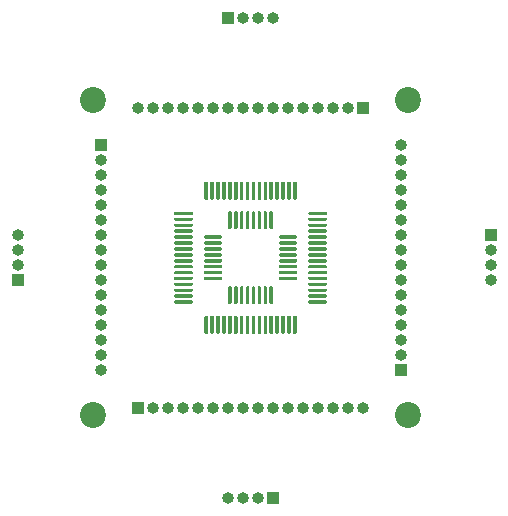
<source format=gts>
%TF.GenerationSoftware,KiCad,Pcbnew,5.1.10*%
%TF.CreationDate,2021-10-22T01:17:49+03:00*%
%TF.ProjectId,breakouts_qfp,62726561-6b6f-4757-9473-5f7166702e6b,rev?*%
%TF.SameCoordinates,Original*%
%TF.FileFunction,Soldermask,Top*%
%TF.FilePolarity,Negative*%
%FSLAX46Y46*%
G04 Gerber Fmt 4.6, Leading zero omitted, Abs format (unit mm)*
G04 Created by KiCad (PCBNEW 5.1.10) date 2021-10-22 01:17:49*
%MOMM*%
%LPD*%
G01*
G04 APERTURE LIST*
%ADD10O,1.000000X1.000000*%
%ADD11R,1.000000X1.000000*%
%ADD12C,2.200000*%
G04 APERTURE END LIST*
D10*
%TO.C,J8*%
X151130000Y-73025000D03*
X151130000Y-71755000D03*
X151130000Y-70485000D03*
D11*
X151130000Y-69215000D03*
%TD*%
D10*
%TO.C,J7*%
X128905000Y-91440000D03*
X130175000Y-91440000D03*
X131445000Y-91440000D03*
D11*
X132715000Y-91440000D03*
%TD*%
D10*
%TO.C,J6*%
X132715000Y-50800000D03*
X131445000Y-50800000D03*
X130175000Y-50800000D03*
D11*
X128905000Y-50800000D03*
%TD*%
D10*
%TO.C,J5*%
X111125000Y-69215000D03*
X111125000Y-70485000D03*
X111125000Y-71755000D03*
D11*
X111125000Y-73025000D03*
%TD*%
D12*
%TO.C,H4*%
X144145000Y-57785000D03*
%TD*%
%TO.C,H3*%
X144145000Y-84455000D03*
%TD*%
%TO.C,H2*%
X117475000Y-84455000D03*
%TD*%
%TO.C,H1*%
X117475000Y-57785000D03*
%TD*%
D10*
%TO.C,J4*%
X140335000Y-83820000D03*
X139065000Y-83820000D03*
X137795000Y-83820000D03*
X136525000Y-83820000D03*
X135255000Y-83820000D03*
X133985000Y-83820000D03*
X132715000Y-83820000D03*
X131445000Y-83820000D03*
X130175000Y-83820000D03*
X128905000Y-83820000D03*
X127635000Y-83820000D03*
X126365000Y-83820000D03*
X125095000Y-83820000D03*
X123825000Y-83820000D03*
X122555000Y-83820000D03*
D11*
X121285000Y-83820000D03*
%TD*%
D10*
%TO.C,J3*%
X143510000Y-61595000D03*
X143510000Y-62865000D03*
X143510000Y-64135000D03*
X143510000Y-65405000D03*
X143510000Y-66675000D03*
X143510000Y-67945000D03*
X143510000Y-69215000D03*
X143510000Y-70485000D03*
X143510000Y-71755000D03*
X143510000Y-73025000D03*
X143510000Y-74295000D03*
X143510000Y-75565000D03*
X143510000Y-76835000D03*
X143510000Y-78105000D03*
X143510000Y-79375000D03*
D11*
X143510000Y-80645000D03*
%TD*%
D10*
%TO.C,J2*%
X118110000Y-80645000D03*
X118110000Y-79375000D03*
X118110000Y-78105000D03*
X118110000Y-76835000D03*
X118110000Y-75565000D03*
X118110000Y-74295000D03*
X118110000Y-73025000D03*
X118110000Y-71755000D03*
X118110000Y-70485000D03*
X118110000Y-69215000D03*
X118110000Y-67945000D03*
X118110000Y-66675000D03*
X118110000Y-65405000D03*
X118110000Y-64135000D03*
X118110000Y-62865000D03*
D11*
X118110000Y-61595000D03*
%TD*%
D10*
%TO.C,J1*%
X121285000Y-58420000D03*
X122555000Y-58420000D03*
X123825000Y-58420000D03*
X125095000Y-58420000D03*
X126365000Y-58420000D03*
X127635000Y-58420000D03*
X128905000Y-58420000D03*
X130175000Y-58420000D03*
X131445000Y-58420000D03*
X132715000Y-58420000D03*
X133985000Y-58420000D03*
X135255000Y-58420000D03*
X136525000Y-58420000D03*
X137795000Y-58420000D03*
X139065000Y-58420000D03*
D11*
X140335000Y-58420000D03*
%TD*%
%TO.C,U2*%
G36*
G01*
X126910000Y-66145000D02*
X126910000Y-64745000D01*
G75*
G02*
X126985000Y-64670000I75000J0D01*
G01*
X127135000Y-64670000D01*
G75*
G02*
X127210000Y-64745000I0J-75000D01*
G01*
X127210000Y-66145000D01*
G75*
G02*
X127135000Y-66220000I-75000J0D01*
G01*
X126985000Y-66220000D01*
G75*
G02*
X126910000Y-66145000I0J75000D01*
G01*
G37*
G36*
G01*
X127410000Y-66145000D02*
X127410000Y-64745000D01*
G75*
G02*
X127485000Y-64670000I75000J0D01*
G01*
X127635000Y-64670000D01*
G75*
G02*
X127710000Y-64745000I0J-75000D01*
G01*
X127710000Y-66145000D01*
G75*
G02*
X127635000Y-66220000I-75000J0D01*
G01*
X127485000Y-66220000D01*
G75*
G02*
X127410000Y-66145000I0J75000D01*
G01*
G37*
G36*
G01*
X127910000Y-66145000D02*
X127910000Y-64745000D01*
G75*
G02*
X127985000Y-64670000I75000J0D01*
G01*
X128135000Y-64670000D01*
G75*
G02*
X128210000Y-64745000I0J-75000D01*
G01*
X128210000Y-66145000D01*
G75*
G02*
X128135000Y-66220000I-75000J0D01*
G01*
X127985000Y-66220000D01*
G75*
G02*
X127910000Y-66145000I0J75000D01*
G01*
G37*
G36*
G01*
X128410000Y-66145000D02*
X128410000Y-64745000D01*
G75*
G02*
X128485000Y-64670000I75000J0D01*
G01*
X128635000Y-64670000D01*
G75*
G02*
X128710000Y-64745000I0J-75000D01*
G01*
X128710000Y-66145000D01*
G75*
G02*
X128635000Y-66220000I-75000J0D01*
G01*
X128485000Y-66220000D01*
G75*
G02*
X128410000Y-66145000I0J75000D01*
G01*
G37*
G36*
G01*
X128910000Y-66145000D02*
X128910000Y-64745000D01*
G75*
G02*
X128985000Y-64670000I75000J0D01*
G01*
X129135000Y-64670000D01*
G75*
G02*
X129210000Y-64745000I0J-75000D01*
G01*
X129210000Y-66145000D01*
G75*
G02*
X129135000Y-66220000I-75000J0D01*
G01*
X128985000Y-66220000D01*
G75*
G02*
X128910000Y-66145000I0J75000D01*
G01*
G37*
G36*
G01*
X129410000Y-66145000D02*
X129410000Y-64745000D01*
G75*
G02*
X129485000Y-64670000I75000J0D01*
G01*
X129635000Y-64670000D01*
G75*
G02*
X129710000Y-64745000I0J-75000D01*
G01*
X129710000Y-66145000D01*
G75*
G02*
X129635000Y-66220000I-75000J0D01*
G01*
X129485000Y-66220000D01*
G75*
G02*
X129410000Y-66145000I0J75000D01*
G01*
G37*
G36*
G01*
X129910000Y-66145000D02*
X129910000Y-64745000D01*
G75*
G02*
X129985000Y-64670000I75000J0D01*
G01*
X130135000Y-64670000D01*
G75*
G02*
X130210000Y-64745000I0J-75000D01*
G01*
X130210000Y-66145000D01*
G75*
G02*
X130135000Y-66220000I-75000J0D01*
G01*
X129985000Y-66220000D01*
G75*
G02*
X129910000Y-66145000I0J75000D01*
G01*
G37*
G36*
G01*
X130410000Y-66145000D02*
X130410000Y-64745000D01*
G75*
G02*
X130485000Y-64670000I75000J0D01*
G01*
X130635000Y-64670000D01*
G75*
G02*
X130710000Y-64745000I0J-75000D01*
G01*
X130710000Y-66145000D01*
G75*
G02*
X130635000Y-66220000I-75000J0D01*
G01*
X130485000Y-66220000D01*
G75*
G02*
X130410000Y-66145000I0J75000D01*
G01*
G37*
G36*
G01*
X130910000Y-66145000D02*
X130910000Y-64745000D01*
G75*
G02*
X130985000Y-64670000I75000J0D01*
G01*
X131135000Y-64670000D01*
G75*
G02*
X131210000Y-64745000I0J-75000D01*
G01*
X131210000Y-66145000D01*
G75*
G02*
X131135000Y-66220000I-75000J0D01*
G01*
X130985000Y-66220000D01*
G75*
G02*
X130910000Y-66145000I0J75000D01*
G01*
G37*
G36*
G01*
X131410000Y-66145000D02*
X131410000Y-64745000D01*
G75*
G02*
X131485000Y-64670000I75000J0D01*
G01*
X131635000Y-64670000D01*
G75*
G02*
X131710000Y-64745000I0J-75000D01*
G01*
X131710000Y-66145000D01*
G75*
G02*
X131635000Y-66220000I-75000J0D01*
G01*
X131485000Y-66220000D01*
G75*
G02*
X131410000Y-66145000I0J75000D01*
G01*
G37*
G36*
G01*
X131910000Y-66145000D02*
X131910000Y-64745000D01*
G75*
G02*
X131985000Y-64670000I75000J0D01*
G01*
X132135000Y-64670000D01*
G75*
G02*
X132210000Y-64745000I0J-75000D01*
G01*
X132210000Y-66145000D01*
G75*
G02*
X132135000Y-66220000I-75000J0D01*
G01*
X131985000Y-66220000D01*
G75*
G02*
X131910000Y-66145000I0J75000D01*
G01*
G37*
G36*
G01*
X132410000Y-66145000D02*
X132410000Y-64745000D01*
G75*
G02*
X132485000Y-64670000I75000J0D01*
G01*
X132635000Y-64670000D01*
G75*
G02*
X132710000Y-64745000I0J-75000D01*
G01*
X132710000Y-66145000D01*
G75*
G02*
X132635000Y-66220000I-75000J0D01*
G01*
X132485000Y-66220000D01*
G75*
G02*
X132410000Y-66145000I0J75000D01*
G01*
G37*
G36*
G01*
X132910000Y-66145000D02*
X132910000Y-64745000D01*
G75*
G02*
X132985000Y-64670000I75000J0D01*
G01*
X133135000Y-64670000D01*
G75*
G02*
X133210000Y-64745000I0J-75000D01*
G01*
X133210000Y-66145000D01*
G75*
G02*
X133135000Y-66220000I-75000J0D01*
G01*
X132985000Y-66220000D01*
G75*
G02*
X132910000Y-66145000I0J75000D01*
G01*
G37*
G36*
G01*
X133410000Y-66145000D02*
X133410000Y-64745000D01*
G75*
G02*
X133485000Y-64670000I75000J0D01*
G01*
X133635000Y-64670000D01*
G75*
G02*
X133710000Y-64745000I0J-75000D01*
G01*
X133710000Y-66145000D01*
G75*
G02*
X133635000Y-66220000I-75000J0D01*
G01*
X133485000Y-66220000D01*
G75*
G02*
X133410000Y-66145000I0J75000D01*
G01*
G37*
G36*
G01*
X133910000Y-66145000D02*
X133910000Y-64745000D01*
G75*
G02*
X133985000Y-64670000I75000J0D01*
G01*
X134135000Y-64670000D01*
G75*
G02*
X134210000Y-64745000I0J-75000D01*
G01*
X134210000Y-66145000D01*
G75*
G02*
X134135000Y-66220000I-75000J0D01*
G01*
X133985000Y-66220000D01*
G75*
G02*
X133910000Y-66145000I0J75000D01*
G01*
G37*
G36*
G01*
X134410000Y-66145000D02*
X134410000Y-64745000D01*
G75*
G02*
X134485000Y-64670000I75000J0D01*
G01*
X134635000Y-64670000D01*
G75*
G02*
X134710000Y-64745000I0J-75000D01*
G01*
X134710000Y-66145000D01*
G75*
G02*
X134635000Y-66220000I-75000J0D01*
G01*
X134485000Y-66220000D01*
G75*
G02*
X134410000Y-66145000I0J75000D01*
G01*
G37*
G36*
G01*
X135710000Y-67445000D02*
X135710000Y-67295000D01*
G75*
G02*
X135785000Y-67220000I75000J0D01*
G01*
X137185000Y-67220000D01*
G75*
G02*
X137260000Y-67295000I0J-75000D01*
G01*
X137260000Y-67445000D01*
G75*
G02*
X137185000Y-67520000I-75000J0D01*
G01*
X135785000Y-67520000D01*
G75*
G02*
X135710000Y-67445000I0J75000D01*
G01*
G37*
G36*
G01*
X135710000Y-67945000D02*
X135710000Y-67795000D01*
G75*
G02*
X135785000Y-67720000I75000J0D01*
G01*
X137185000Y-67720000D01*
G75*
G02*
X137260000Y-67795000I0J-75000D01*
G01*
X137260000Y-67945000D01*
G75*
G02*
X137185000Y-68020000I-75000J0D01*
G01*
X135785000Y-68020000D01*
G75*
G02*
X135710000Y-67945000I0J75000D01*
G01*
G37*
G36*
G01*
X135710000Y-68445000D02*
X135710000Y-68295000D01*
G75*
G02*
X135785000Y-68220000I75000J0D01*
G01*
X137185000Y-68220000D01*
G75*
G02*
X137260000Y-68295000I0J-75000D01*
G01*
X137260000Y-68445000D01*
G75*
G02*
X137185000Y-68520000I-75000J0D01*
G01*
X135785000Y-68520000D01*
G75*
G02*
X135710000Y-68445000I0J75000D01*
G01*
G37*
G36*
G01*
X135710000Y-68945000D02*
X135710000Y-68795000D01*
G75*
G02*
X135785000Y-68720000I75000J0D01*
G01*
X137185000Y-68720000D01*
G75*
G02*
X137260000Y-68795000I0J-75000D01*
G01*
X137260000Y-68945000D01*
G75*
G02*
X137185000Y-69020000I-75000J0D01*
G01*
X135785000Y-69020000D01*
G75*
G02*
X135710000Y-68945000I0J75000D01*
G01*
G37*
G36*
G01*
X135710000Y-69445000D02*
X135710000Y-69295000D01*
G75*
G02*
X135785000Y-69220000I75000J0D01*
G01*
X137185000Y-69220000D01*
G75*
G02*
X137260000Y-69295000I0J-75000D01*
G01*
X137260000Y-69445000D01*
G75*
G02*
X137185000Y-69520000I-75000J0D01*
G01*
X135785000Y-69520000D01*
G75*
G02*
X135710000Y-69445000I0J75000D01*
G01*
G37*
G36*
G01*
X135710000Y-69945000D02*
X135710000Y-69795000D01*
G75*
G02*
X135785000Y-69720000I75000J0D01*
G01*
X137185000Y-69720000D01*
G75*
G02*
X137260000Y-69795000I0J-75000D01*
G01*
X137260000Y-69945000D01*
G75*
G02*
X137185000Y-70020000I-75000J0D01*
G01*
X135785000Y-70020000D01*
G75*
G02*
X135710000Y-69945000I0J75000D01*
G01*
G37*
G36*
G01*
X135710000Y-70445000D02*
X135710000Y-70295000D01*
G75*
G02*
X135785000Y-70220000I75000J0D01*
G01*
X137185000Y-70220000D01*
G75*
G02*
X137260000Y-70295000I0J-75000D01*
G01*
X137260000Y-70445000D01*
G75*
G02*
X137185000Y-70520000I-75000J0D01*
G01*
X135785000Y-70520000D01*
G75*
G02*
X135710000Y-70445000I0J75000D01*
G01*
G37*
G36*
G01*
X135710000Y-70945000D02*
X135710000Y-70795000D01*
G75*
G02*
X135785000Y-70720000I75000J0D01*
G01*
X137185000Y-70720000D01*
G75*
G02*
X137260000Y-70795000I0J-75000D01*
G01*
X137260000Y-70945000D01*
G75*
G02*
X137185000Y-71020000I-75000J0D01*
G01*
X135785000Y-71020000D01*
G75*
G02*
X135710000Y-70945000I0J75000D01*
G01*
G37*
G36*
G01*
X135710000Y-71445000D02*
X135710000Y-71295000D01*
G75*
G02*
X135785000Y-71220000I75000J0D01*
G01*
X137185000Y-71220000D01*
G75*
G02*
X137260000Y-71295000I0J-75000D01*
G01*
X137260000Y-71445000D01*
G75*
G02*
X137185000Y-71520000I-75000J0D01*
G01*
X135785000Y-71520000D01*
G75*
G02*
X135710000Y-71445000I0J75000D01*
G01*
G37*
G36*
G01*
X135710000Y-71945000D02*
X135710000Y-71795000D01*
G75*
G02*
X135785000Y-71720000I75000J0D01*
G01*
X137185000Y-71720000D01*
G75*
G02*
X137260000Y-71795000I0J-75000D01*
G01*
X137260000Y-71945000D01*
G75*
G02*
X137185000Y-72020000I-75000J0D01*
G01*
X135785000Y-72020000D01*
G75*
G02*
X135710000Y-71945000I0J75000D01*
G01*
G37*
G36*
G01*
X135710000Y-72445000D02*
X135710000Y-72295000D01*
G75*
G02*
X135785000Y-72220000I75000J0D01*
G01*
X137185000Y-72220000D01*
G75*
G02*
X137260000Y-72295000I0J-75000D01*
G01*
X137260000Y-72445000D01*
G75*
G02*
X137185000Y-72520000I-75000J0D01*
G01*
X135785000Y-72520000D01*
G75*
G02*
X135710000Y-72445000I0J75000D01*
G01*
G37*
G36*
G01*
X135710000Y-72945000D02*
X135710000Y-72795000D01*
G75*
G02*
X135785000Y-72720000I75000J0D01*
G01*
X137185000Y-72720000D01*
G75*
G02*
X137260000Y-72795000I0J-75000D01*
G01*
X137260000Y-72945000D01*
G75*
G02*
X137185000Y-73020000I-75000J0D01*
G01*
X135785000Y-73020000D01*
G75*
G02*
X135710000Y-72945000I0J75000D01*
G01*
G37*
G36*
G01*
X135710000Y-73445000D02*
X135710000Y-73295000D01*
G75*
G02*
X135785000Y-73220000I75000J0D01*
G01*
X137185000Y-73220000D01*
G75*
G02*
X137260000Y-73295000I0J-75000D01*
G01*
X137260000Y-73445000D01*
G75*
G02*
X137185000Y-73520000I-75000J0D01*
G01*
X135785000Y-73520000D01*
G75*
G02*
X135710000Y-73445000I0J75000D01*
G01*
G37*
G36*
G01*
X135710000Y-73945000D02*
X135710000Y-73795000D01*
G75*
G02*
X135785000Y-73720000I75000J0D01*
G01*
X137185000Y-73720000D01*
G75*
G02*
X137260000Y-73795000I0J-75000D01*
G01*
X137260000Y-73945000D01*
G75*
G02*
X137185000Y-74020000I-75000J0D01*
G01*
X135785000Y-74020000D01*
G75*
G02*
X135710000Y-73945000I0J75000D01*
G01*
G37*
G36*
G01*
X135710000Y-74445000D02*
X135710000Y-74295000D01*
G75*
G02*
X135785000Y-74220000I75000J0D01*
G01*
X137185000Y-74220000D01*
G75*
G02*
X137260000Y-74295000I0J-75000D01*
G01*
X137260000Y-74445000D01*
G75*
G02*
X137185000Y-74520000I-75000J0D01*
G01*
X135785000Y-74520000D01*
G75*
G02*
X135710000Y-74445000I0J75000D01*
G01*
G37*
G36*
G01*
X135710000Y-74945000D02*
X135710000Y-74795000D01*
G75*
G02*
X135785000Y-74720000I75000J0D01*
G01*
X137185000Y-74720000D01*
G75*
G02*
X137260000Y-74795000I0J-75000D01*
G01*
X137260000Y-74945000D01*
G75*
G02*
X137185000Y-75020000I-75000J0D01*
G01*
X135785000Y-75020000D01*
G75*
G02*
X135710000Y-74945000I0J75000D01*
G01*
G37*
G36*
G01*
X134410000Y-77495000D02*
X134410000Y-76095000D01*
G75*
G02*
X134485000Y-76020000I75000J0D01*
G01*
X134635000Y-76020000D01*
G75*
G02*
X134710000Y-76095000I0J-75000D01*
G01*
X134710000Y-77495000D01*
G75*
G02*
X134635000Y-77570000I-75000J0D01*
G01*
X134485000Y-77570000D01*
G75*
G02*
X134410000Y-77495000I0J75000D01*
G01*
G37*
G36*
G01*
X133910000Y-77495000D02*
X133910000Y-76095000D01*
G75*
G02*
X133985000Y-76020000I75000J0D01*
G01*
X134135000Y-76020000D01*
G75*
G02*
X134210000Y-76095000I0J-75000D01*
G01*
X134210000Y-77495000D01*
G75*
G02*
X134135000Y-77570000I-75000J0D01*
G01*
X133985000Y-77570000D01*
G75*
G02*
X133910000Y-77495000I0J75000D01*
G01*
G37*
G36*
G01*
X133410000Y-77495000D02*
X133410000Y-76095000D01*
G75*
G02*
X133485000Y-76020000I75000J0D01*
G01*
X133635000Y-76020000D01*
G75*
G02*
X133710000Y-76095000I0J-75000D01*
G01*
X133710000Y-77495000D01*
G75*
G02*
X133635000Y-77570000I-75000J0D01*
G01*
X133485000Y-77570000D01*
G75*
G02*
X133410000Y-77495000I0J75000D01*
G01*
G37*
G36*
G01*
X132910000Y-77495000D02*
X132910000Y-76095000D01*
G75*
G02*
X132985000Y-76020000I75000J0D01*
G01*
X133135000Y-76020000D01*
G75*
G02*
X133210000Y-76095000I0J-75000D01*
G01*
X133210000Y-77495000D01*
G75*
G02*
X133135000Y-77570000I-75000J0D01*
G01*
X132985000Y-77570000D01*
G75*
G02*
X132910000Y-77495000I0J75000D01*
G01*
G37*
G36*
G01*
X132410000Y-77495000D02*
X132410000Y-76095000D01*
G75*
G02*
X132485000Y-76020000I75000J0D01*
G01*
X132635000Y-76020000D01*
G75*
G02*
X132710000Y-76095000I0J-75000D01*
G01*
X132710000Y-77495000D01*
G75*
G02*
X132635000Y-77570000I-75000J0D01*
G01*
X132485000Y-77570000D01*
G75*
G02*
X132410000Y-77495000I0J75000D01*
G01*
G37*
G36*
G01*
X131910000Y-77495000D02*
X131910000Y-76095000D01*
G75*
G02*
X131985000Y-76020000I75000J0D01*
G01*
X132135000Y-76020000D01*
G75*
G02*
X132210000Y-76095000I0J-75000D01*
G01*
X132210000Y-77495000D01*
G75*
G02*
X132135000Y-77570000I-75000J0D01*
G01*
X131985000Y-77570000D01*
G75*
G02*
X131910000Y-77495000I0J75000D01*
G01*
G37*
G36*
G01*
X131410000Y-77495000D02*
X131410000Y-76095000D01*
G75*
G02*
X131485000Y-76020000I75000J0D01*
G01*
X131635000Y-76020000D01*
G75*
G02*
X131710000Y-76095000I0J-75000D01*
G01*
X131710000Y-77495000D01*
G75*
G02*
X131635000Y-77570000I-75000J0D01*
G01*
X131485000Y-77570000D01*
G75*
G02*
X131410000Y-77495000I0J75000D01*
G01*
G37*
G36*
G01*
X130910000Y-77495000D02*
X130910000Y-76095000D01*
G75*
G02*
X130985000Y-76020000I75000J0D01*
G01*
X131135000Y-76020000D01*
G75*
G02*
X131210000Y-76095000I0J-75000D01*
G01*
X131210000Y-77495000D01*
G75*
G02*
X131135000Y-77570000I-75000J0D01*
G01*
X130985000Y-77570000D01*
G75*
G02*
X130910000Y-77495000I0J75000D01*
G01*
G37*
G36*
G01*
X130410000Y-77495000D02*
X130410000Y-76095000D01*
G75*
G02*
X130485000Y-76020000I75000J0D01*
G01*
X130635000Y-76020000D01*
G75*
G02*
X130710000Y-76095000I0J-75000D01*
G01*
X130710000Y-77495000D01*
G75*
G02*
X130635000Y-77570000I-75000J0D01*
G01*
X130485000Y-77570000D01*
G75*
G02*
X130410000Y-77495000I0J75000D01*
G01*
G37*
G36*
G01*
X129910000Y-77495000D02*
X129910000Y-76095000D01*
G75*
G02*
X129985000Y-76020000I75000J0D01*
G01*
X130135000Y-76020000D01*
G75*
G02*
X130210000Y-76095000I0J-75000D01*
G01*
X130210000Y-77495000D01*
G75*
G02*
X130135000Y-77570000I-75000J0D01*
G01*
X129985000Y-77570000D01*
G75*
G02*
X129910000Y-77495000I0J75000D01*
G01*
G37*
G36*
G01*
X129410000Y-77495000D02*
X129410000Y-76095000D01*
G75*
G02*
X129485000Y-76020000I75000J0D01*
G01*
X129635000Y-76020000D01*
G75*
G02*
X129710000Y-76095000I0J-75000D01*
G01*
X129710000Y-77495000D01*
G75*
G02*
X129635000Y-77570000I-75000J0D01*
G01*
X129485000Y-77570000D01*
G75*
G02*
X129410000Y-77495000I0J75000D01*
G01*
G37*
G36*
G01*
X128910000Y-77495000D02*
X128910000Y-76095000D01*
G75*
G02*
X128985000Y-76020000I75000J0D01*
G01*
X129135000Y-76020000D01*
G75*
G02*
X129210000Y-76095000I0J-75000D01*
G01*
X129210000Y-77495000D01*
G75*
G02*
X129135000Y-77570000I-75000J0D01*
G01*
X128985000Y-77570000D01*
G75*
G02*
X128910000Y-77495000I0J75000D01*
G01*
G37*
G36*
G01*
X128410000Y-77495000D02*
X128410000Y-76095000D01*
G75*
G02*
X128485000Y-76020000I75000J0D01*
G01*
X128635000Y-76020000D01*
G75*
G02*
X128710000Y-76095000I0J-75000D01*
G01*
X128710000Y-77495000D01*
G75*
G02*
X128635000Y-77570000I-75000J0D01*
G01*
X128485000Y-77570000D01*
G75*
G02*
X128410000Y-77495000I0J75000D01*
G01*
G37*
G36*
G01*
X127910000Y-77495000D02*
X127910000Y-76095000D01*
G75*
G02*
X127985000Y-76020000I75000J0D01*
G01*
X128135000Y-76020000D01*
G75*
G02*
X128210000Y-76095000I0J-75000D01*
G01*
X128210000Y-77495000D01*
G75*
G02*
X128135000Y-77570000I-75000J0D01*
G01*
X127985000Y-77570000D01*
G75*
G02*
X127910000Y-77495000I0J75000D01*
G01*
G37*
G36*
G01*
X127410000Y-77495000D02*
X127410000Y-76095000D01*
G75*
G02*
X127485000Y-76020000I75000J0D01*
G01*
X127635000Y-76020000D01*
G75*
G02*
X127710000Y-76095000I0J-75000D01*
G01*
X127710000Y-77495000D01*
G75*
G02*
X127635000Y-77570000I-75000J0D01*
G01*
X127485000Y-77570000D01*
G75*
G02*
X127410000Y-77495000I0J75000D01*
G01*
G37*
G36*
G01*
X126910000Y-77495000D02*
X126910000Y-76095000D01*
G75*
G02*
X126985000Y-76020000I75000J0D01*
G01*
X127135000Y-76020000D01*
G75*
G02*
X127210000Y-76095000I0J-75000D01*
G01*
X127210000Y-77495000D01*
G75*
G02*
X127135000Y-77570000I-75000J0D01*
G01*
X126985000Y-77570000D01*
G75*
G02*
X126910000Y-77495000I0J75000D01*
G01*
G37*
G36*
G01*
X124360000Y-74945000D02*
X124360000Y-74795000D01*
G75*
G02*
X124435000Y-74720000I75000J0D01*
G01*
X125835000Y-74720000D01*
G75*
G02*
X125910000Y-74795000I0J-75000D01*
G01*
X125910000Y-74945000D01*
G75*
G02*
X125835000Y-75020000I-75000J0D01*
G01*
X124435000Y-75020000D01*
G75*
G02*
X124360000Y-74945000I0J75000D01*
G01*
G37*
G36*
G01*
X124360000Y-74445000D02*
X124360000Y-74295000D01*
G75*
G02*
X124435000Y-74220000I75000J0D01*
G01*
X125835000Y-74220000D01*
G75*
G02*
X125910000Y-74295000I0J-75000D01*
G01*
X125910000Y-74445000D01*
G75*
G02*
X125835000Y-74520000I-75000J0D01*
G01*
X124435000Y-74520000D01*
G75*
G02*
X124360000Y-74445000I0J75000D01*
G01*
G37*
G36*
G01*
X124360000Y-73945000D02*
X124360000Y-73795000D01*
G75*
G02*
X124435000Y-73720000I75000J0D01*
G01*
X125835000Y-73720000D01*
G75*
G02*
X125910000Y-73795000I0J-75000D01*
G01*
X125910000Y-73945000D01*
G75*
G02*
X125835000Y-74020000I-75000J0D01*
G01*
X124435000Y-74020000D01*
G75*
G02*
X124360000Y-73945000I0J75000D01*
G01*
G37*
G36*
G01*
X124360000Y-73445000D02*
X124360000Y-73295000D01*
G75*
G02*
X124435000Y-73220000I75000J0D01*
G01*
X125835000Y-73220000D01*
G75*
G02*
X125910000Y-73295000I0J-75000D01*
G01*
X125910000Y-73445000D01*
G75*
G02*
X125835000Y-73520000I-75000J0D01*
G01*
X124435000Y-73520000D01*
G75*
G02*
X124360000Y-73445000I0J75000D01*
G01*
G37*
G36*
G01*
X124360000Y-72945000D02*
X124360000Y-72795000D01*
G75*
G02*
X124435000Y-72720000I75000J0D01*
G01*
X125835000Y-72720000D01*
G75*
G02*
X125910000Y-72795000I0J-75000D01*
G01*
X125910000Y-72945000D01*
G75*
G02*
X125835000Y-73020000I-75000J0D01*
G01*
X124435000Y-73020000D01*
G75*
G02*
X124360000Y-72945000I0J75000D01*
G01*
G37*
G36*
G01*
X124360000Y-72445000D02*
X124360000Y-72295000D01*
G75*
G02*
X124435000Y-72220000I75000J0D01*
G01*
X125835000Y-72220000D01*
G75*
G02*
X125910000Y-72295000I0J-75000D01*
G01*
X125910000Y-72445000D01*
G75*
G02*
X125835000Y-72520000I-75000J0D01*
G01*
X124435000Y-72520000D01*
G75*
G02*
X124360000Y-72445000I0J75000D01*
G01*
G37*
G36*
G01*
X124360000Y-71945000D02*
X124360000Y-71795000D01*
G75*
G02*
X124435000Y-71720000I75000J0D01*
G01*
X125835000Y-71720000D01*
G75*
G02*
X125910000Y-71795000I0J-75000D01*
G01*
X125910000Y-71945000D01*
G75*
G02*
X125835000Y-72020000I-75000J0D01*
G01*
X124435000Y-72020000D01*
G75*
G02*
X124360000Y-71945000I0J75000D01*
G01*
G37*
G36*
G01*
X124360000Y-71445000D02*
X124360000Y-71295000D01*
G75*
G02*
X124435000Y-71220000I75000J0D01*
G01*
X125835000Y-71220000D01*
G75*
G02*
X125910000Y-71295000I0J-75000D01*
G01*
X125910000Y-71445000D01*
G75*
G02*
X125835000Y-71520000I-75000J0D01*
G01*
X124435000Y-71520000D01*
G75*
G02*
X124360000Y-71445000I0J75000D01*
G01*
G37*
G36*
G01*
X124360000Y-70945000D02*
X124360000Y-70795000D01*
G75*
G02*
X124435000Y-70720000I75000J0D01*
G01*
X125835000Y-70720000D01*
G75*
G02*
X125910000Y-70795000I0J-75000D01*
G01*
X125910000Y-70945000D01*
G75*
G02*
X125835000Y-71020000I-75000J0D01*
G01*
X124435000Y-71020000D01*
G75*
G02*
X124360000Y-70945000I0J75000D01*
G01*
G37*
G36*
G01*
X124360000Y-70445000D02*
X124360000Y-70295000D01*
G75*
G02*
X124435000Y-70220000I75000J0D01*
G01*
X125835000Y-70220000D01*
G75*
G02*
X125910000Y-70295000I0J-75000D01*
G01*
X125910000Y-70445000D01*
G75*
G02*
X125835000Y-70520000I-75000J0D01*
G01*
X124435000Y-70520000D01*
G75*
G02*
X124360000Y-70445000I0J75000D01*
G01*
G37*
G36*
G01*
X124360000Y-69945000D02*
X124360000Y-69795000D01*
G75*
G02*
X124435000Y-69720000I75000J0D01*
G01*
X125835000Y-69720000D01*
G75*
G02*
X125910000Y-69795000I0J-75000D01*
G01*
X125910000Y-69945000D01*
G75*
G02*
X125835000Y-70020000I-75000J0D01*
G01*
X124435000Y-70020000D01*
G75*
G02*
X124360000Y-69945000I0J75000D01*
G01*
G37*
G36*
G01*
X124360000Y-69445000D02*
X124360000Y-69295000D01*
G75*
G02*
X124435000Y-69220000I75000J0D01*
G01*
X125835000Y-69220000D01*
G75*
G02*
X125910000Y-69295000I0J-75000D01*
G01*
X125910000Y-69445000D01*
G75*
G02*
X125835000Y-69520000I-75000J0D01*
G01*
X124435000Y-69520000D01*
G75*
G02*
X124360000Y-69445000I0J75000D01*
G01*
G37*
G36*
G01*
X124360000Y-68945000D02*
X124360000Y-68795000D01*
G75*
G02*
X124435000Y-68720000I75000J0D01*
G01*
X125835000Y-68720000D01*
G75*
G02*
X125910000Y-68795000I0J-75000D01*
G01*
X125910000Y-68945000D01*
G75*
G02*
X125835000Y-69020000I-75000J0D01*
G01*
X124435000Y-69020000D01*
G75*
G02*
X124360000Y-68945000I0J75000D01*
G01*
G37*
G36*
G01*
X124360000Y-68445000D02*
X124360000Y-68295000D01*
G75*
G02*
X124435000Y-68220000I75000J0D01*
G01*
X125835000Y-68220000D01*
G75*
G02*
X125910000Y-68295000I0J-75000D01*
G01*
X125910000Y-68445000D01*
G75*
G02*
X125835000Y-68520000I-75000J0D01*
G01*
X124435000Y-68520000D01*
G75*
G02*
X124360000Y-68445000I0J75000D01*
G01*
G37*
G36*
G01*
X124360000Y-67945000D02*
X124360000Y-67795000D01*
G75*
G02*
X124435000Y-67720000I75000J0D01*
G01*
X125835000Y-67720000D01*
G75*
G02*
X125910000Y-67795000I0J-75000D01*
G01*
X125910000Y-67945000D01*
G75*
G02*
X125835000Y-68020000I-75000J0D01*
G01*
X124435000Y-68020000D01*
G75*
G02*
X124360000Y-67945000I0J75000D01*
G01*
G37*
G36*
G01*
X124360000Y-67445000D02*
X124360000Y-67295000D01*
G75*
G02*
X124435000Y-67220000I75000J0D01*
G01*
X125835000Y-67220000D01*
G75*
G02*
X125910000Y-67295000I0J-75000D01*
G01*
X125910000Y-67445000D01*
G75*
G02*
X125835000Y-67520000I-75000J0D01*
G01*
X124435000Y-67520000D01*
G75*
G02*
X124360000Y-67445000I0J75000D01*
G01*
G37*
%TD*%
%TO.C,U1*%
G36*
G01*
X128910000Y-68620000D02*
X128910000Y-67270000D01*
G75*
G02*
X128985000Y-67195000I75000J0D01*
G01*
X129135000Y-67195000D01*
G75*
G02*
X129210000Y-67270000I0J-75000D01*
G01*
X129210000Y-68620000D01*
G75*
G02*
X129135000Y-68695000I-75000J0D01*
G01*
X128985000Y-68695000D01*
G75*
G02*
X128910000Y-68620000I0J75000D01*
G01*
G37*
G36*
G01*
X129410000Y-68620000D02*
X129410000Y-67270000D01*
G75*
G02*
X129485000Y-67195000I75000J0D01*
G01*
X129635000Y-67195000D01*
G75*
G02*
X129710000Y-67270000I0J-75000D01*
G01*
X129710000Y-68620000D01*
G75*
G02*
X129635000Y-68695000I-75000J0D01*
G01*
X129485000Y-68695000D01*
G75*
G02*
X129410000Y-68620000I0J75000D01*
G01*
G37*
G36*
G01*
X129910000Y-68620000D02*
X129910000Y-67270000D01*
G75*
G02*
X129985000Y-67195000I75000J0D01*
G01*
X130135000Y-67195000D01*
G75*
G02*
X130210000Y-67270000I0J-75000D01*
G01*
X130210000Y-68620000D01*
G75*
G02*
X130135000Y-68695000I-75000J0D01*
G01*
X129985000Y-68695000D01*
G75*
G02*
X129910000Y-68620000I0J75000D01*
G01*
G37*
G36*
G01*
X130410000Y-68620000D02*
X130410000Y-67270000D01*
G75*
G02*
X130485000Y-67195000I75000J0D01*
G01*
X130635000Y-67195000D01*
G75*
G02*
X130710000Y-67270000I0J-75000D01*
G01*
X130710000Y-68620000D01*
G75*
G02*
X130635000Y-68695000I-75000J0D01*
G01*
X130485000Y-68695000D01*
G75*
G02*
X130410000Y-68620000I0J75000D01*
G01*
G37*
G36*
G01*
X130910000Y-68620000D02*
X130910000Y-67270000D01*
G75*
G02*
X130985000Y-67195000I75000J0D01*
G01*
X131135000Y-67195000D01*
G75*
G02*
X131210000Y-67270000I0J-75000D01*
G01*
X131210000Y-68620000D01*
G75*
G02*
X131135000Y-68695000I-75000J0D01*
G01*
X130985000Y-68695000D01*
G75*
G02*
X130910000Y-68620000I0J75000D01*
G01*
G37*
G36*
G01*
X131410000Y-68620000D02*
X131410000Y-67270000D01*
G75*
G02*
X131485000Y-67195000I75000J0D01*
G01*
X131635000Y-67195000D01*
G75*
G02*
X131710000Y-67270000I0J-75000D01*
G01*
X131710000Y-68620000D01*
G75*
G02*
X131635000Y-68695000I-75000J0D01*
G01*
X131485000Y-68695000D01*
G75*
G02*
X131410000Y-68620000I0J75000D01*
G01*
G37*
G36*
G01*
X131910000Y-68620000D02*
X131910000Y-67270000D01*
G75*
G02*
X131985000Y-67195000I75000J0D01*
G01*
X132135000Y-67195000D01*
G75*
G02*
X132210000Y-67270000I0J-75000D01*
G01*
X132210000Y-68620000D01*
G75*
G02*
X132135000Y-68695000I-75000J0D01*
G01*
X131985000Y-68695000D01*
G75*
G02*
X131910000Y-68620000I0J75000D01*
G01*
G37*
G36*
G01*
X132410000Y-68620000D02*
X132410000Y-67270000D01*
G75*
G02*
X132485000Y-67195000I75000J0D01*
G01*
X132635000Y-67195000D01*
G75*
G02*
X132710000Y-67270000I0J-75000D01*
G01*
X132710000Y-68620000D01*
G75*
G02*
X132635000Y-68695000I-75000J0D01*
G01*
X132485000Y-68695000D01*
G75*
G02*
X132410000Y-68620000I0J75000D01*
G01*
G37*
G36*
G01*
X133235000Y-69445000D02*
X133235000Y-69295000D01*
G75*
G02*
X133310000Y-69220000I75000J0D01*
G01*
X134660000Y-69220000D01*
G75*
G02*
X134735000Y-69295000I0J-75000D01*
G01*
X134735000Y-69445000D01*
G75*
G02*
X134660000Y-69520000I-75000J0D01*
G01*
X133310000Y-69520000D01*
G75*
G02*
X133235000Y-69445000I0J75000D01*
G01*
G37*
G36*
G01*
X133235000Y-69945000D02*
X133235000Y-69795000D01*
G75*
G02*
X133310000Y-69720000I75000J0D01*
G01*
X134660000Y-69720000D01*
G75*
G02*
X134735000Y-69795000I0J-75000D01*
G01*
X134735000Y-69945000D01*
G75*
G02*
X134660000Y-70020000I-75000J0D01*
G01*
X133310000Y-70020000D01*
G75*
G02*
X133235000Y-69945000I0J75000D01*
G01*
G37*
G36*
G01*
X133235000Y-70445000D02*
X133235000Y-70295000D01*
G75*
G02*
X133310000Y-70220000I75000J0D01*
G01*
X134660000Y-70220000D01*
G75*
G02*
X134735000Y-70295000I0J-75000D01*
G01*
X134735000Y-70445000D01*
G75*
G02*
X134660000Y-70520000I-75000J0D01*
G01*
X133310000Y-70520000D01*
G75*
G02*
X133235000Y-70445000I0J75000D01*
G01*
G37*
G36*
G01*
X133235000Y-70945000D02*
X133235000Y-70795000D01*
G75*
G02*
X133310000Y-70720000I75000J0D01*
G01*
X134660000Y-70720000D01*
G75*
G02*
X134735000Y-70795000I0J-75000D01*
G01*
X134735000Y-70945000D01*
G75*
G02*
X134660000Y-71020000I-75000J0D01*
G01*
X133310000Y-71020000D01*
G75*
G02*
X133235000Y-70945000I0J75000D01*
G01*
G37*
G36*
G01*
X133235000Y-71445000D02*
X133235000Y-71295000D01*
G75*
G02*
X133310000Y-71220000I75000J0D01*
G01*
X134660000Y-71220000D01*
G75*
G02*
X134735000Y-71295000I0J-75000D01*
G01*
X134735000Y-71445000D01*
G75*
G02*
X134660000Y-71520000I-75000J0D01*
G01*
X133310000Y-71520000D01*
G75*
G02*
X133235000Y-71445000I0J75000D01*
G01*
G37*
G36*
G01*
X133235000Y-71945000D02*
X133235000Y-71795000D01*
G75*
G02*
X133310000Y-71720000I75000J0D01*
G01*
X134660000Y-71720000D01*
G75*
G02*
X134735000Y-71795000I0J-75000D01*
G01*
X134735000Y-71945000D01*
G75*
G02*
X134660000Y-72020000I-75000J0D01*
G01*
X133310000Y-72020000D01*
G75*
G02*
X133235000Y-71945000I0J75000D01*
G01*
G37*
G36*
G01*
X133235000Y-72445000D02*
X133235000Y-72295000D01*
G75*
G02*
X133310000Y-72220000I75000J0D01*
G01*
X134660000Y-72220000D01*
G75*
G02*
X134735000Y-72295000I0J-75000D01*
G01*
X134735000Y-72445000D01*
G75*
G02*
X134660000Y-72520000I-75000J0D01*
G01*
X133310000Y-72520000D01*
G75*
G02*
X133235000Y-72445000I0J75000D01*
G01*
G37*
G36*
G01*
X133235000Y-72945000D02*
X133235000Y-72795000D01*
G75*
G02*
X133310000Y-72720000I75000J0D01*
G01*
X134660000Y-72720000D01*
G75*
G02*
X134735000Y-72795000I0J-75000D01*
G01*
X134735000Y-72945000D01*
G75*
G02*
X134660000Y-73020000I-75000J0D01*
G01*
X133310000Y-73020000D01*
G75*
G02*
X133235000Y-72945000I0J75000D01*
G01*
G37*
G36*
G01*
X132410000Y-74970000D02*
X132410000Y-73620000D01*
G75*
G02*
X132485000Y-73545000I75000J0D01*
G01*
X132635000Y-73545000D01*
G75*
G02*
X132710000Y-73620000I0J-75000D01*
G01*
X132710000Y-74970000D01*
G75*
G02*
X132635000Y-75045000I-75000J0D01*
G01*
X132485000Y-75045000D01*
G75*
G02*
X132410000Y-74970000I0J75000D01*
G01*
G37*
G36*
G01*
X131910000Y-74970000D02*
X131910000Y-73620000D01*
G75*
G02*
X131985000Y-73545000I75000J0D01*
G01*
X132135000Y-73545000D01*
G75*
G02*
X132210000Y-73620000I0J-75000D01*
G01*
X132210000Y-74970000D01*
G75*
G02*
X132135000Y-75045000I-75000J0D01*
G01*
X131985000Y-75045000D01*
G75*
G02*
X131910000Y-74970000I0J75000D01*
G01*
G37*
G36*
G01*
X131410000Y-74970000D02*
X131410000Y-73620000D01*
G75*
G02*
X131485000Y-73545000I75000J0D01*
G01*
X131635000Y-73545000D01*
G75*
G02*
X131710000Y-73620000I0J-75000D01*
G01*
X131710000Y-74970000D01*
G75*
G02*
X131635000Y-75045000I-75000J0D01*
G01*
X131485000Y-75045000D01*
G75*
G02*
X131410000Y-74970000I0J75000D01*
G01*
G37*
G36*
G01*
X130910000Y-74970000D02*
X130910000Y-73620000D01*
G75*
G02*
X130985000Y-73545000I75000J0D01*
G01*
X131135000Y-73545000D01*
G75*
G02*
X131210000Y-73620000I0J-75000D01*
G01*
X131210000Y-74970000D01*
G75*
G02*
X131135000Y-75045000I-75000J0D01*
G01*
X130985000Y-75045000D01*
G75*
G02*
X130910000Y-74970000I0J75000D01*
G01*
G37*
G36*
G01*
X130410000Y-74970000D02*
X130410000Y-73620000D01*
G75*
G02*
X130485000Y-73545000I75000J0D01*
G01*
X130635000Y-73545000D01*
G75*
G02*
X130710000Y-73620000I0J-75000D01*
G01*
X130710000Y-74970000D01*
G75*
G02*
X130635000Y-75045000I-75000J0D01*
G01*
X130485000Y-75045000D01*
G75*
G02*
X130410000Y-74970000I0J75000D01*
G01*
G37*
G36*
G01*
X129910000Y-74970000D02*
X129910000Y-73620000D01*
G75*
G02*
X129985000Y-73545000I75000J0D01*
G01*
X130135000Y-73545000D01*
G75*
G02*
X130210000Y-73620000I0J-75000D01*
G01*
X130210000Y-74970000D01*
G75*
G02*
X130135000Y-75045000I-75000J0D01*
G01*
X129985000Y-75045000D01*
G75*
G02*
X129910000Y-74970000I0J75000D01*
G01*
G37*
G36*
G01*
X129410000Y-74970000D02*
X129410000Y-73620000D01*
G75*
G02*
X129485000Y-73545000I75000J0D01*
G01*
X129635000Y-73545000D01*
G75*
G02*
X129710000Y-73620000I0J-75000D01*
G01*
X129710000Y-74970000D01*
G75*
G02*
X129635000Y-75045000I-75000J0D01*
G01*
X129485000Y-75045000D01*
G75*
G02*
X129410000Y-74970000I0J75000D01*
G01*
G37*
G36*
G01*
X128910000Y-74970000D02*
X128910000Y-73620000D01*
G75*
G02*
X128985000Y-73545000I75000J0D01*
G01*
X129135000Y-73545000D01*
G75*
G02*
X129210000Y-73620000I0J-75000D01*
G01*
X129210000Y-74970000D01*
G75*
G02*
X129135000Y-75045000I-75000J0D01*
G01*
X128985000Y-75045000D01*
G75*
G02*
X128910000Y-74970000I0J75000D01*
G01*
G37*
G36*
G01*
X126885000Y-72945000D02*
X126885000Y-72795000D01*
G75*
G02*
X126960000Y-72720000I75000J0D01*
G01*
X128310000Y-72720000D01*
G75*
G02*
X128385000Y-72795000I0J-75000D01*
G01*
X128385000Y-72945000D01*
G75*
G02*
X128310000Y-73020000I-75000J0D01*
G01*
X126960000Y-73020000D01*
G75*
G02*
X126885000Y-72945000I0J75000D01*
G01*
G37*
G36*
G01*
X126885000Y-72445000D02*
X126885000Y-72295000D01*
G75*
G02*
X126960000Y-72220000I75000J0D01*
G01*
X128310000Y-72220000D01*
G75*
G02*
X128385000Y-72295000I0J-75000D01*
G01*
X128385000Y-72445000D01*
G75*
G02*
X128310000Y-72520000I-75000J0D01*
G01*
X126960000Y-72520000D01*
G75*
G02*
X126885000Y-72445000I0J75000D01*
G01*
G37*
G36*
G01*
X126885000Y-71945000D02*
X126885000Y-71795000D01*
G75*
G02*
X126960000Y-71720000I75000J0D01*
G01*
X128310000Y-71720000D01*
G75*
G02*
X128385000Y-71795000I0J-75000D01*
G01*
X128385000Y-71945000D01*
G75*
G02*
X128310000Y-72020000I-75000J0D01*
G01*
X126960000Y-72020000D01*
G75*
G02*
X126885000Y-71945000I0J75000D01*
G01*
G37*
G36*
G01*
X126885000Y-71445000D02*
X126885000Y-71295000D01*
G75*
G02*
X126960000Y-71220000I75000J0D01*
G01*
X128310000Y-71220000D01*
G75*
G02*
X128385000Y-71295000I0J-75000D01*
G01*
X128385000Y-71445000D01*
G75*
G02*
X128310000Y-71520000I-75000J0D01*
G01*
X126960000Y-71520000D01*
G75*
G02*
X126885000Y-71445000I0J75000D01*
G01*
G37*
G36*
G01*
X126885000Y-70945000D02*
X126885000Y-70795000D01*
G75*
G02*
X126960000Y-70720000I75000J0D01*
G01*
X128310000Y-70720000D01*
G75*
G02*
X128385000Y-70795000I0J-75000D01*
G01*
X128385000Y-70945000D01*
G75*
G02*
X128310000Y-71020000I-75000J0D01*
G01*
X126960000Y-71020000D01*
G75*
G02*
X126885000Y-70945000I0J75000D01*
G01*
G37*
G36*
G01*
X126885000Y-70445000D02*
X126885000Y-70295000D01*
G75*
G02*
X126960000Y-70220000I75000J0D01*
G01*
X128310000Y-70220000D01*
G75*
G02*
X128385000Y-70295000I0J-75000D01*
G01*
X128385000Y-70445000D01*
G75*
G02*
X128310000Y-70520000I-75000J0D01*
G01*
X126960000Y-70520000D01*
G75*
G02*
X126885000Y-70445000I0J75000D01*
G01*
G37*
G36*
G01*
X126885000Y-69945000D02*
X126885000Y-69795000D01*
G75*
G02*
X126960000Y-69720000I75000J0D01*
G01*
X128310000Y-69720000D01*
G75*
G02*
X128385000Y-69795000I0J-75000D01*
G01*
X128385000Y-69945000D01*
G75*
G02*
X128310000Y-70020000I-75000J0D01*
G01*
X126960000Y-70020000D01*
G75*
G02*
X126885000Y-69945000I0J75000D01*
G01*
G37*
G36*
G01*
X126885000Y-69445000D02*
X126885000Y-69295000D01*
G75*
G02*
X126960000Y-69220000I75000J0D01*
G01*
X128310000Y-69220000D01*
G75*
G02*
X128385000Y-69295000I0J-75000D01*
G01*
X128385000Y-69445000D01*
G75*
G02*
X128310000Y-69520000I-75000J0D01*
G01*
X126960000Y-69520000D01*
G75*
G02*
X126885000Y-69445000I0J75000D01*
G01*
G37*
%TD*%
M02*

</source>
